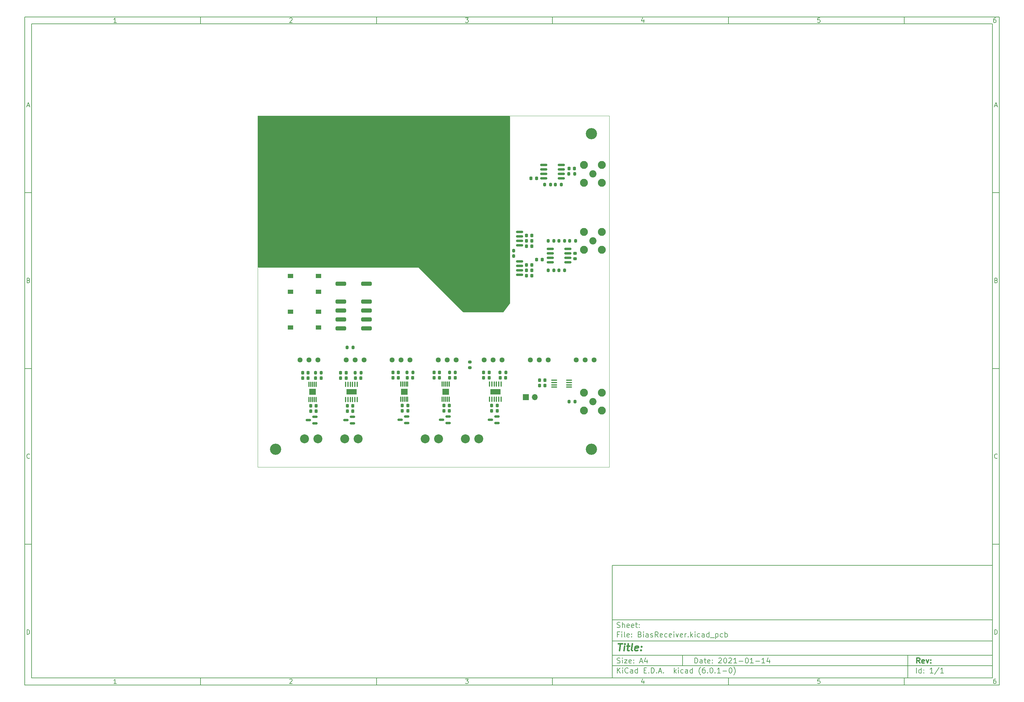
<source format=gbr>
G04 #@! TF.GenerationSoftware,KiCad,Pcbnew,(6.0.1-0)*
G04 #@! TF.CreationDate,2022-01-25T00:00:44-08:00*
G04 #@! TF.ProjectId,BiasReceiver,42696173-5265-4636-9569-7665722e6b69,rev?*
G04 #@! TF.SameCoordinates,Original*
G04 #@! TF.FileFunction,Soldermask,Top*
G04 #@! TF.FilePolarity,Negative*
%FSLAX46Y46*%
G04 Gerber Fmt 4.6, Leading zero omitted, Abs format (unit mm)*
G04 Created by KiCad (PCBNEW (6.0.1-0)) date 2022-01-25 00:00:44*
%MOMM*%
%LPD*%
G01*
G04 APERTURE LIST*
G04 Aperture macros list*
%AMRoundRect*
0 Rectangle with rounded corners*
0 $1 Rounding radius*
0 $2 $3 $4 $5 $6 $7 $8 $9 X,Y pos of 4 corners*
0 Add a 4 corners polygon primitive as box body*
4,1,4,$2,$3,$4,$5,$6,$7,$8,$9,$2,$3,0*
0 Add four circle primitives for the rounded corners*
1,1,$1+$1,$2,$3*
1,1,$1+$1,$4,$5*
1,1,$1+$1,$6,$7*
1,1,$1+$1,$8,$9*
0 Add four rect primitives between the rounded corners*
20,1,$1+$1,$2,$3,$4,$5,0*
20,1,$1+$1,$4,$5,$6,$7,0*
20,1,$1+$1,$6,$7,$8,$9,0*
20,1,$1+$1,$8,$9,$2,$3,0*%
G04 Aperture macros list end*
%ADD10C,0.100000*%
%ADD11C,0.150000*%
%ADD12C,0.300000*%
%ADD13C,0.400000*%
G04 #@! TA.AperFunction,Profile*
%ADD14C,0.050000*%
G04 #@! TD*
%ADD15RoundRect,0.225000X0.225000X0.250000X-0.225000X0.250000X-0.225000X-0.250000X0.225000X-0.250000X0*%
%ADD16C,2.050000*%
%ADD17C,2.250000*%
%ADD18RoundRect,0.225000X-0.250000X0.225000X-0.250000X-0.225000X0.250000X-0.225000X0.250000X0.225000X0*%
%ADD19RoundRect,0.200000X0.200000X0.275000X-0.200000X0.275000X-0.200000X-0.275000X0.200000X-0.275000X0*%
%ADD20RoundRect,0.200000X-0.275000X0.200000X-0.275000X-0.200000X0.275000X-0.200000X0.275000X0.200000X0*%
%ADD21RoundRect,0.200000X-0.200000X-0.275000X0.200000X-0.275000X0.200000X0.275000X-0.200000X0.275000X0*%
%ADD22R,1.550000X1.300000*%
%ADD23C,2.540000*%
%ADD24RoundRect,0.150000X0.587500X0.150000X-0.587500X0.150000X-0.587500X-0.150000X0.587500X-0.150000X0*%
%ADD25RoundRect,0.225000X-0.225000X-0.250000X0.225000X-0.250000X0.225000X0.250000X-0.225000X0.250000X0*%
%ADD26RoundRect,0.250000X-0.312500X-0.625000X0.312500X-0.625000X0.312500X0.625000X-0.312500X0.625000X0*%
%ADD27RoundRect,0.150000X-0.825000X-0.150000X0.825000X-0.150000X0.825000X0.150000X-0.825000X0.150000X0*%
%ADD28R,1.700000X1.700000*%
%ADD29O,1.700000X1.700000*%
%ADD30C,1.440000*%
%ADD31C,3.200000*%
%ADD32RoundRect,0.075000X0.075000X-0.650000X0.075000X0.650000X-0.075000X0.650000X-0.075000X-0.650000X0*%
%ADD33R,1.880000X1.680000*%
%ADD34RoundRect,0.250000X0.625000X-0.312500X0.625000X0.312500X-0.625000X0.312500X-0.625000X-0.312500X0*%
%ADD35RoundRect,0.250000X-0.362500X-1.425000X0.362500X-1.425000X0.362500X1.425000X-0.362500X1.425000X0*%
%ADD36RoundRect,0.100000X0.100000X-0.625000X0.100000X0.625000X-0.100000X0.625000X-0.100000X-0.625000X0*%
%ADD37R,2.850000X1.650000*%
%ADD38RoundRect,0.200000X0.275000X-0.200000X0.275000X0.200000X-0.275000X0.200000X-0.275000X-0.200000X0*%
%ADD39RoundRect,0.249750X-1.250250X0.305250X-1.250250X-0.305250X1.250250X-0.305250X1.250250X0.305250X0*%
%ADD40RoundRect,0.100000X-0.712500X-0.100000X0.712500X-0.100000X0.712500X0.100000X-0.712500X0.100000X0*%
%ADD41R,1.846667X3.480000*%
G04 APERTURE END LIST*
D10*
D11*
X177002200Y-166007200D02*
X177002200Y-198007200D01*
X285002200Y-198007200D01*
X285002200Y-166007200D01*
X177002200Y-166007200D01*
D10*
D11*
X10000000Y-10000000D02*
X10000000Y-200007200D01*
X287002200Y-200007200D01*
X287002200Y-10000000D01*
X10000000Y-10000000D01*
D10*
D11*
X12000000Y-12000000D02*
X12000000Y-198007200D01*
X285002200Y-198007200D01*
X285002200Y-12000000D01*
X12000000Y-12000000D01*
D10*
D11*
X60000000Y-12000000D02*
X60000000Y-10000000D01*
D10*
D11*
X110000000Y-12000000D02*
X110000000Y-10000000D01*
D10*
D11*
X160000000Y-12000000D02*
X160000000Y-10000000D01*
D10*
D11*
X210000000Y-12000000D02*
X210000000Y-10000000D01*
D10*
D11*
X260000000Y-12000000D02*
X260000000Y-10000000D01*
D10*
D11*
X36065476Y-11588095D02*
X35322619Y-11588095D01*
X35694047Y-11588095D02*
X35694047Y-10288095D01*
X35570238Y-10473809D01*
X35446428Y-10597619D01*
X35322619Y-10659523D01*
D10*
D11*
X85322619Y-10411904D02*
X85384523Y-10350000D01*
X85508333Y-10288095D01*
X85817857Y-10288095D01*
X85941666Y-10350000D01*
X86003571Y-10411904D01*
X86065476Y-10535714D01*
X86065476Y-10659523D01*
X86003571Y-10845238D01*
X85260714Y-11588095D01*
X86065476Y-11588095D01*
D10*
D11*
X135260714Y-10288095D02*
X136065476Y-10288095D01*
X135632142Y-10783333D01*
X135817857Y-10783333D01*
X135941666Y-10845238D01*
X136003571Y-10907142D01*
X136065476Y-11030952D01*
X136065476Y-11340476D01*
X136003571Y-11464285D01*
X135941666Y-11526190D01*
X135817857Y-11588095D01*
X135446428Y-11588095D01*
X135322619Y-11526190D01*
X135260714Y-11464285D01*
D10*
D11*
X185941666Y-10721428D02*
X185941666Y-11588095D01*
X185632142Y-10226190D02*
X185322619Y-11154761D01*
X186127380Y-11154761D01*
D10*
D11*
X236003571Y-10288095D02*
X235384523Y-10288095D01*
X235322619Y-10907142D01*
X235384523Y-10845238D01*
X235508333Y-10783333D01*
X235817857Y-10783333D01*
X235941666Y-10845238D01*
X236003571Y-10907142D01*
X236065476Y-11030952D01*
X236065476Y-11340476D01*
X236003571Y-11464285D01*
X235941666Y-11526190D01*
X235817857Y-11588095D01*
X235508333Y-11588095D01*
X235384523Y-11526190D01*
X235322619Y-11464285D01*
D10*
D11*
X285941666Y-10288095D02*
X285694047Y-10288095D01*
X285570238Y-10350000D01*
X285508333Y-10411904D01*
X285384523Y-10597619D01*
X285322619Y-10845238D01*
X285322619Y-11340476D01*
X285384523Y-11464285D01*
X285446428Y-11526190D01*
X285570238Y-11588095D01*
X285817857Y-11588095D01*
X285941666Y-11526190D01*
X286003571Y-11464285D01*
X286065476Y-11340476D01*
X286065476Y-11030952D01*
X286003571Y-10907142D01*
X285941666Y-10845238D01*
X285817857Y-10783333D01*
X285570238Y-10783333D01*
X285446428Y-10845238D01*
X285384523Y-10907142D01*
X285322619Y-11030952D01*
D10*
D11*
X60000000Y-198007200D02*
X60000000Y-200007200D01*
D10*
D11*
X110000000Y-198007200D02*
X110000000Y-200007200D01*
D10*
D11*
X160000000Y-198007200D02*
X160000000Y-200007200D01*
D10*
D11*
X210000000Y-198007200D02*
X210000000Y-200007200D01*
D10*
D11*
X260000000Y-198007200D02*
X260000000Y-200007200D01*
D10*
D11*
X36065476Y-199595295D02*
X35322619Y-199595295D01*
X35694047Y-199595295D02*
X35694047Y-198295295D01*
X35570238Y-198481009D01*
X35446428Y-198604819D01*
X35322619Y-198666723D01*
D10*
D11*
X85322619Y-198419104D02*
X85384523Y-198357200D01*
X85508333Y-198295295D01*
X85817857Y-198295295D01*
X85941666Y-198357200D01*
X86003571Y-198419104D01*
X86065476Y-198542914D01*
X86065476Y-198666723D01*
X86003571Y-198852438D01*
X85260714Y-199595295D01*
X86065476Y-199595295D01*
D10*
D11*
X135260714Y-198295295D02*
X136065476Y-198295295D01*
X135632142Y-198790533D01*
X135817857Y-198790533D01*
X135941666Y-198852438D01*
X136003571Y-198914342D01*
X136065476Y-199038152D01*
X136065476Y-199347676D01*
X136003571Y-199471485D01*
X135941666Y-199533390D01*
X135817857Y-199595295D01*
X135446428Y-199595295D01*
X135322619Y-199533390D01*
X135260714Y-199471485D01*
D10*
D11*
X185941666Y-198728628D02*
X185941666Y-199595295D01*
X185632142Y-198233390D02*
X185322619Y-199161961D01*
X186127380Y-199161961D01*
D10*
D11*
X236003571Y-198295295D02*
X235384523Y-198295295D01*
X235322619Y-198914342D01*
X235384523Y-198852438D01*
X235508333Y-198790533D01*
X235817857Y-198790533D01*
X235941666Y-198852438D01*
X236003571Y-198914342D01*
X236065476Y-199038152D01*
X236065476Y-199347676D01*
X236003571Y-199471485D01*
X235941666Y-199533390D01*
X235817857Y-199595295D01*
X235508333Y-199595295D01*
X235384523Y-199533390D01*
X235322619Y-199471485D01*
D10*
D11*
X285941666Y-198295295D02*
X285694047Y-198295295D01*
X285570238Y-198357200D01*
X285508333Y-198419104D01*
X285384523Y-198604819D01*
X285322619Y-198852438D01*
X285322619Y-199347676D01*
X285384523Y-199471485D01*
X285446428Y-199533390D01*
X285570238Y-199595295D01*
X285817857Y-199595295D01*
X285941666Y-199533390D01*
X286003571Y-199471485D01*
X286065476Y-199347676D01*
X286065476Y-199038152D01*
X286003571Y-198914342D01*
X285941666Y-198852438D01*
X285817857Y-198790533D01*
X285570238Y-198790533D01*
X285446428Y-198852438D01*
X285384523Y-198914342D01*
X285322619Y-199038152D01*
D10*
D11*
X10000000Y-60000000D02*
X12000000Y-60000000D01*
D10*
D11*
X10000000Y-110000000D02*
X12000000Y-110000000D01*
D10*
D11*
X10000000Y-160000000D02*
X12000000Y-160000000D01*
D10*
D11*
X10690476Y-35216666D02*
X11309523Y-35216666D01*
X10566666Y-35588095D02*
X11000000Y-34288095D01*
X11433333Y-35588095D01*
D10*
D11*
X11092857Y-84907142D02*
X11278571Y-84969047D01*
X11340476Y-85030952D01*
X11402380Y-85154761D01*
X11402380Y-85340476D01*
X11340476Y-85464285D01*
X11278571Y-85526190D01*
X11154761Y-85588095D01*
X10659523Y-85588095D01*
X10659523Y-84288095D01*
X11092857Y-84288095D01*
X11216666Y-84350000D01*
X11278571Y-84411904D01*
X11340476Y-84535714D01*
X11340476Y-84659523D01*
X11278571Y-84783333D01*
X11216666Y-84845238D01*
X11092857Y-84907142D01*
X10659523Y-84907142D01*
D10*
D11*
X11402380Y-135464285D02*
X11340476Y-135526190D01*
X11154761Y-135588095D01*
X11030952Y-135588095D01*
X10845238Y-135526190D01*
X10721428Y-135402380D01*
X10659523Y-135278571D01*
X10597619Y-135030952D01*
X10597619Y-134845238D01*
X10659523Y-134597619D01*
X10721428Y-134473809D01*
X10845238Y-134350000D01*
X11030952Y-134288095D01*
X11154761Y-134288095D01*
X11340476Y-134350000D01*
X11402380Y-134411904D01*
D10*
D11*
X10659523Y-185588095D02*
X10659523Y-184288095D01*
X10969047Y-184288095D01*
X11154761Y-184350000D01*
X11278571Y-184473809D01*
X11340476Y-184597619D01*
X11402380Y-184845238D01*
X11402380Y-185030952D01*
X11340476Y-185278571D01*
X11278571Y-185402380D01*
X11154761Y-185526190D01*
X10969047Y-185588095D01*
X10659523Y-185588095D01*
D10*
D11*
X287002200Y-60000000D02*
X285002200Y-60000000D01*
D10*
D11*
X287002200Y-110000000D02*
X285002200Y-110000000D01*
D10*
D11*
X287002200Y-160000000D02*
X285002200Y-160000000D01*
D10*
D11*
X285692676Y-35216666D02*
X286311723Y-35216666D01*
X285568866Y-35588095D02*
X286002200Y-34288095D01*
X286435533Y-35588095D01*
D10*
D11*
X286095057Y-84907142D02*
X286280771Y-84969047D01*
X286342676Y-85030952D01*
X286404580Y-85154761D01*
X286404580Y-85340476D01*
X286342676Y-85464285D01*
X286280771Y-85526190D01*
X286156961Y-85588095D01*
X285661723Y-85588095D01*
X285661723Y-84288095D01*
X286095057Y-84288095D01*
X286218866Y-84350000D01*
X286280771Y-84411904D01*
X286342676Y-84535714D01*
X286342676Y-84659523D01*
X286280771Y-84783333D01*
X286218866Y-84845238D01*
X286095057Y-84907142D01*
X285661723Y-84907142D01*
D10*
D11*
X286404580Y-135464285D02*
X286342676Y-135526190D01*
X286156961Y-135588095D01*
X286033152Y-135588095D01*
X285847438Y-135526190D01*
X285723628Y-135402380D01*
X285661723Y-135278571D01*
X285599819Y-135030952D01*
X285599819Y-134845238D01*
X285661723Y-134597619D01*
X285723628Y-134473809D01*
X285847438Y-134350000D01*
X286033152Y-134288095D01*
X286156961Y-134288095D01*
X286342676Y-134350000D01*
X286404580Y-134411904D01*
D10*
D11*
X285661723Y-185588095D02*
X285661723Y-184288095D01*
X285971247Y-184288095D01*
X286156961Y-184350000D01*
X286280771Y-184473809D01*
X286342676Y-184597619D01*
X286404580Y-184845238D01*
X286404580Y-185030952D01*
X286342676Y-185278571D01*
X286280771Y-185402380D01*
X286156961Y-185526190D01*
X285971247Y-185588095D01*
X285661723Y-185588095D01*
D10*
D11*
X200434342Y-193785771D02*
X200434342Y-192285771D01*
X200791485Y-192285771D01*
X201005771Y-192357200D01*
X201148628Y-192500057D01*
X201220057Y-192642914D01*
X201291485Y-192928628D01*
X201291485Y-193142914D01*
X201220057Y-193428628D01*
X201148628Y-193571485D01*
X201005771Y-193714342D01*
X200791485Y-193785771D01*
X200434342Y-193785771D01*
X202577200Y-193785771D02*
X202577200Y-193000057D01*
X202505771Y-192857200D01*
X202362914Y-192785771D01*
X202077200Y-192785771D01*
X201934342Y-192857200D01*
X202577200Y-193714342D02*
X202434342Y-193785771D01*
X202077200Y-193785771D01*
X201934342Y-193714342D01*
X201862914Y-193571485D01*
X201862914Y-193428628D01*
X201934342Y-193285771D01*
X202077200Y-193214342D01*
X202434342Y-193214342D01*
X202577200Y-193142914D01*
X203077200Y-192785771D02*
X203648628Y-192785771D01*
X203291485Y-192285771D02*
X203291485Y-193571485D01*
X203362914Y-193714342D01*
X203505771Y-193785771D01*
X203648628Y-193785771D01*
X204720057Y-193714342D02*
X204577200Y-193785771D01*
X204291485Y-193785771D01*
X204148628Y-193714342D01*
X204077200Y-193571485D01*
X204077200Y-193000057D01*
X204148628Y-192857200D01*
X204291485Y-192785771D01*
X204577200Y-192785771D01*
X204720057Y-192857200D01*
X204791485Y-193000057D01*
X204791485Y-193142914D01*
X204077200Y-193285771D01*
X205434342Y-193642914D02*
X205505771Y-193714342D01*
X205434342Y-193785771D01*
X205362914Y-193714342D01*
X205434342Y-193642914D01*
X205434342Y-193785771D01*
X205434342Y-192857200D02*
X205505771Y-192928628D01*
X205434342Y-193000057D01*
X205362914Y-192928628D01*
X205434342Y-192857200D01*
X205434342Y-193000057D01*
X207220057Y-192428628D02*
X207291485Y-192357200D01*
X207434342Y-192285771D01*
X207791485Y-192285771D01*
X207934342Y-192357200D01*
X208005771Y-192428628D01*
X208077200Y-192571485D01*
X208077200Y-192714342D01*
X208005771Y-192928628D01*
X207148628Y-193785771D01*
X208077200Y-193785771D01*
X209005771Y-192285771D02*
X209148628Y-192285771D01*
X209291485Y-192357200D01*
X209362914Y-192428628D01*
X209434342Y-192571485D01*
X209505771Y-192857200D01*
X209505771Y-193214342D01*
X209434342Y-193500057D01*
X209362914Y-193642914D01*
X209291485Y-193714342D01*
X209148628Y-193785771D01*
X209005771Y-193785771D01*
X208862914Y-193714342D01*
X208791485Y-193642914D01*
X208720057Y-193500057D01*
X208648628Y-193214342D01*
X208648628Y-192857200D01*
X208720057Y-192571485D01*
X208791485Y-192428628D01*
X208862914Y-192357200D01*
X209005771Y-192285771D01*
X210077200Y-192428628D02*
X210148628Y-192357200D01*
X210291485Y-192285771D01*
X210648628Y-192285771D01*
X210791485Y-192357200D01*
X210862914Y-192428628D01*
X210934342Y-192571485D01*
X210934342Y-192714342D01*
X210862914Y-192928628D01*
X210005771Y-193785771D01*
X210934342Y-193785771D01*
X212362914Y-193785771D02*
X211505771Y-193785771D01*
X211934342Y-193785771D02*
X211934342Y-192285771D01*
X211791485Y-192500057D01*
X211648628Y-192642914D01*
X211505771Y-192714342D01*
X213005771Y-193214342D02*
X214148628Y-193214342D01*
X215148628Y-192285771D02*
X215291485Y-192285771D01*
X215434342Y-192357200D01*
X215505771Y-192428628D01*
X215577200Y-192571485D01*
X215648628Y-192857200D01*
X215648628Y-193214342D01*
X215577200Y-193500057D01*
X215505771Y-193642914D01*
X215434342Y-193714342D01*
X215291485Y-193785771D01*
X215148628Y-193785771D01*
X215005771Y-193714342D01*
X214934342Y-193642914D01*
X214862914Y-193500057D01*
X214791485Y-193214342D01*
X214791485Y-192857200D01*
X214862914Y-192571485D01*
X214934342Y-192428628D01*
X215005771Y-192357200D01*
X215148628Y-192285771D01*
X217077200Y-193785771D02*
X216220057Y-193785771D01*
X216648628Y-193785771D02*
X216648628Y-192285771D01*
X216505771Y-192500057D01*
X216362914Y-192642914D01*
X216220057Y-192714342D01*
X217720057Y-193214342D02*
X218862914Y-193214342D01*
X220362914Y-193785771D02*
X219505771Y-193785771D01*
X219934342Y-193785771D02*
X219934342Y-192285771D01*
X219791485Y-192500057D01*
X219648628Y-192642914D01*
X219505771Y-192714342D01*
X221648628Y-192785771D02*
X221648628Y-193785771D01*
X221291485Y-192214342D02*
X220934342Y-193285771D01*
X221862914Y-193285771D01*
D10*
D11*
X177002200Y-194507200D02*
X285002200Y-194507200D01*
D10*
D11*
X178434342Y-196585771D02*
X178434342Y-195085771D01*
X179291485Y-196585771D02*
X178648628Y-195728628D01*
X179291485Y-195085771D02*
X178434342Y-195942914D01*
X179934342Y-196585771D02*
X179934342Y-195585771D01*
X179934342Y-195085771D02*
X179862914Y-195157200D01*
X179934342Y-195228628D01*
X180005771Y-195157200D01*
X179934342Y-195085771D01*
X179934342Y-195228628D01*
X181505771Y-196442914D02*
X181434342Y-196514342D01*
X181220057Y-196585771D01*
X181077200Y-196585771D01*
X180862914Y-196514342D01*
X180720057Y-196371485D01*
X180648628Y-196228628D01*
X180577200Y-195942914D01*
X180577200Y-195728628D01*
X180648628Y-195442914D01*
X180720057Y-195300057D01*
X180862914Y-195157200D01*
X181077200Y-195085771D01*
X181220057Y-195085771D01*
X181434342Y-195157200D01*
X181505771Y-195228628D01*
X182791485Y-196585771D02*
X182791485Y-195800057D01*
X182720057Y-195657200D01*
X182577200Y-195585771D01*
X182291485Y-195585771D01*
X182148628Y-195657200D01*
X182791485Y-196514342D02*
X182648628Y-196585771D01*
X182291485Y-196585771D01*
X182148628Y-196514342D01*
X182077200Y-196371485D01*
X182077200Y-196228628D01*
X182148628Y-196085771D01*
X182291485Y-196014342D01*
X182648628Y-196014342D01*
X182791485Y-195942914D01*
X184148628Y-196585771D02*
X184148628Y-195085771D01*
X184148628Y-196514342D02*
X184005771Y-196585771D01*
X183720057Y-196585771D01*
X183577200Y-196514342D01*
X183505771Y-196442914D01*
X183434342Y-196300057D01*
X183434342Y-195871485D01*
X183505771Y-195728628D01*
X183577200Y-195657200D01*
X183720057Y-195585771D01*
X184005771Y-195585771D01*
X184148628Y-195657200D01*
X186005771Y-195800057D02*
X186505771Y-195800057D01*
X186720057Y-196585771D02*
X186005771Y-196585771D01*
X186005771Y-195085771D01*
X186720057Y-195085771D01*
X187362914Y-196442914D02*
X187434342Y-196514342D01*
X187362914Y-196585771D01*
X187291485Y-196514342D01*
X187362914Y-196442914D01*
X187362914Y-196585771D01*
X188077200Y-196585771D02*
X188077200Y-195085771D01*
X188434342Y-195085771D01*
X188648628Y-195157200D01*
X188791485Y-195300057D01*
X188862914Y-195442914D01*
X188934342Y-195728628D01*
X188934342Y-195942914D01*
X188862914Y-196228628D01*
X188791485Y-196371485D01*
X188648628Y-196514342D01*
X188434342Y-196585771D01*
X188077200Y-196585771D01*
X189577200Y-196442914D02*
X189648628Y-196514342D01*
X189577200Y-196585771D01*
X189505771Y-196514342D01*
X189577200Y-196442914D01*
X189577200Y-196585771D01*
X190220057Y-196157200D02*
X190934342Y-196157200D01*
X190077200Y-196585771D02*
X190577200Y-195085771D01*
X191077200Y-196585771D01*
X191577200Y-196442914D02*
X191648628Y-196514342D01*
X191577200Y-196585771D01*
X191505771Y-196514342D01*
X191577200Y-196442914D01*
X191577200Y-196585771D01*
X194577200Y-196585771D02*
X194577200Y-195085771D01*
X194720057Y-196014342D02*
X195148628Y-196585771D01*
X195148628Y-195585771D02*
X194577200Y-196157200D01*
X195791485Y-196585771D02*
X195791485Y-195585771D01*
X195791485Y-195085771D02*
X195720057Y-195157200D01*
X195791485Y-195228628D01*
X195862914Y-195157200D01*
X195791485Y-195085771D01*
X195791485Y-195228628D01*
X197148628Y-196514342D02*
X197005771Y-196585771D01*
X196720057Y-196585771D01*
X196577200Y-196514342D01*
X196505771Y-196442914D01*
X196434342Y-196300057D01*
X196434342Y-195871485D01*
X196505771Y-195728628D01*
X196577200Y-195657200D01*
X196720057Y-195585771D01*
X197005771Y-195585771D01*
X197148628Y-195657200D01*
X198434342Y-196585771D02*
X198434342Y-195800057D01*
X198362914Y-195657200D01*
X198220057Y-195585771D01*
X197934342Y-195585771D01*
X197791485Y-195657200D01*
X198434342Y-196514342D02*
X198291485Y-196585771D01*
X197934342Y-196585771D01*
X197791485Y-196514342D01*
X197720057Y-196371485D01*
X197720057Y-196228628D01*
X197791485Y-196085771D01*
X197934342Y-196014342D01*
X198291485Y-196014342D01*
X198434342Y-195942914D01*
X199791485Y-196585771D02*
X199791485Y-195085771D01*
X199791485Y-196514342D02*
X199648628Y-196585771D01*
X199362914Y-196585771D01*
X199220057Y-196514342D01*
X199148628Y-196442914D01*
X199077200Y-196300057D01*
X199077200Y-195871485D01*
X199148628Y-195728628D01*
X199220057Y-195657200D01*
X199362914Y-195585771D01*
X199648628Y-195585771D01*
X199791485Y-195657200D01*
X202077200Y-197157200D02*
X202005771Y-197085771D01*
X201862914Y-196871485D01*
X201791485Y-196728628D01*
X201720057Y-196514342D01*
X201648628Y-196157200D01*
X201648628Y-195871485D01*
X201720057Y-195514342D01*
X201791485Y-195300057D01*
X201862914Y-195157200D01*
X202005771Y-194942914D01*
X202077200Y-194871485D01*
X203291485Y-195085771D02*
X203005771Y-195085771D01*
X202862914Y-195157200D01*
X202791485Y-195228628D01*
X202648628Y-195442914D01*
X202577200Y-195728628D01*
X202577200Y-196300057D01*
X202648628Y-196442914D01*
X202720057Y-196514342D01*
X202862914Y-196585771D01*
X203148628Y-196585771D01*
X203291485Y-196514342D01*
X203362914Y-196442914D01*
X203434342Y-196300057D01*
X203434342Y-195942914D01*
X203362914Y-195800057D01*
X203291485Y-195728628D01*
X203148628Y-195657200D01*
X202862914Y-195657200D01*
X202720057Y-195728628D01*
X202648628Y-195800057D01*
X202577200Y-195942914D01*
X204077200Y-196442914D02*
X204148628Y-196514342D01*
X204077200Y-196585771D01*
X204005771Y-196514342D01*
X204077200Y-196442914D01*
X204077200Y-196585771D01*
X205077200Y-195085771D02*
X205220057Y-195085771D01*
X205362914Y-195157200D01*
X205434342Y-195228628D01*
X205505771Y-195371485D01*
X205577200Y-195657200D01*
X205577200Y-196014342D01*
X205505771Y-196300057D01*
X205434342Y-196442914D01*
X205362914Y-196514342D01*
X205220057Y-196585771D01*
X205077200Y-196585771D01*
X204934342Y-196514342D01*
X204862914Y-196442914D01*
X204791485Y-196300057D01*
X204720057Y-196014342D01*
X204720057Y-195657200D01*
X204791485Y-195371485D01*
X204862914Y-195228628D01*
X204934342Y-195157200D01*
X205077200Y-195085771D01*
X206220057Y-196442914D02*
X206291485Y-196514342D01*
X206220057Y-196585771D01*
X206148628Y-196514342D01*
X206220057Y-196442914D01*
X206220057Y-196585771D01*
X207720057Y-196585771D02*
X206862914Y-196585771D01*
X207291485Y-196585771D02*
X207291485Y-195085771D01*
X207148628Y-195300057D01*
X207005771Y-195442914D01*
X206862914Y-195514342D01*
X208362914Y-196014342D02*
X209505771Y-196014342D01*
X210505771Y-195085771D02*
X210648628Y-195085771D01*
X210791485Y-195157200D01*
X210862914Y-195228628D01*
X210934342Y-195371485D01*
X211005771Y-195657200D01*
X211005771Y-196014342D01*
X210934342Y-196300057D01*
X210862914Y-196442914D01*
X210791485Y-196514342D01*
X210648628Y-196585771D01*
X210505771Y-196585771D01*
X210362914Y-196514342D01*
X210291485Y-196442914D01*
X210220057Y-196300057D01*
X210148628Y-196014342D01*
X210148628Y-195657200D01*
X210220057Y-195371485D01*
X210291485Y-195228628D01*
X210362914Y-195157200D01*
X210505771Y-195085771D01*
X211505771Y-197157200D02*
X211577200Y-197085771D01*
X211720057Y-196871485D01*
X211791485Y-196728628D01*
X211862914Y-196514342D01*
X211934342Y-196157200D01*
X211934342Y-195871485D01*
X211862914Y-195514342D01*
X211791485Y-195300057D01*
X211720057Y-195157200D01*
X211577200Y-194942914D01*
X211505771Y-194871485D01*
D10*
D11*
X177002200Y-191507200D02*
X285002200Y-191507200D01*
D10*
D12*
X264411485Y-193785771D02*
X263911485Y-193071485D01*
X263554342Y-193785771D02*
X263554342Y-192285771D01*
X264125771Y-192285771D01*
X264268628Y-192357200D01*
X264340057Y-192428628D01*
X264411485Y-192571485D01*
X264411485Y-192785771D01*
X264340057Y-192928628D01*
X264268628Y-193000057D01*
X264125771Y-193071485D01*
X263554342Y-193071485D01*
X265625771Y-193714342D02*
X265482914Y-193785771D01*
X265197200Y-193785771D01*
X265054342Y-193714342D01*
X264982914Y-193571485D01*
X264982914Y-193000057D01*
X265054342Y-192857200D01*
X265197200Y-192785771D01*
X265482914Y-192785771D01*
X265625771Y-192857200D01*
X265697200Y-193000057D01*
X265697200Y-193142914D01*
X264982914Y-193285771D01*
X266197200Y-192785771D02*
X266554342Y-193785771D01*
X266911485Y-192785771D01*
X267482914Y-193642914D02*
X267554342Y-193714342D01*
X267482914Y-193785771D01*
X267411485Y-193714342D01*
X267482914Y-193642914D01*
X267482914Y-193785771D01*
X267482914Y-192857200D02*
X267554342Y-192928628D01*
X267482914Y-193000057D01*
X267411485Y-192928628D01*
X267482914Y-192857200D01*
X267482914Y-193000057D01*
D10*
D11*
X178362914Y-193714342D02*
X178577200Y-193785771D01*
X178934342Y-193785771D01*
X179077200Y-193714342D01*
X179148628Y-193642914D01*
X179220057Y-193500057D01*
X179220057Y-193357200D01*
X179148628Y-193214342D01*
X179077200Y-193142914D01*
X178934342Y-193071485D01*
X178648628Y-193000057D01*
X178505771Y-192928628D01*
X178434342Y-192857200D01*
X178362914Y-192714342D01*
X178362914Y-192571485D01*
X178434342Y-192428628D01*
X178505771Y-192357200D01*
X178648628Y-192285771D01*
X179005771Y-192285771D01*
X179220057Y-192357200D01*
X179862914Y-193785771D02*
X179862914Y-192785771D01*
X179862914Y-192285771D02*
X179791485Y-192357200D01*
X179862914Y-192428628D01*
X179934342Y-192357200D01*
X179862914Y-192285771D01*
X179862914Y-192428628D01*
X180434342Y-192785771D02*
X181220057Y-192785771D01*
X180434342Y-193785771D01*
X181220057Y-193785771D01*
X182362914Y-193714342D02*
X182220057Y-193785771D01*
X181934342Y-193785771D01*
X181791485Y-193714342D01*
X181720057Y-193571485D01*
X181720057Y-193000057D01*
X181791485Y-192857200D01*
X181934342Y-192785771D01*
X182220057Y-192785771D01*
X182362914Y-192857200D01*
X182434342Y-193000057D01*
X182434342Y-193142914D01*
X181720057Y-193285771D01*
X183077200Y-193642914D02*
X183148628Y-193714342D01*
X183077200Y-193785771D01*
X183005771Y-193714342D01*
X183077200Y-193642914D01*
X183077200Y-193785771D01*
X183077200Y-192857200D02*
X183148628Y-192928628D01*
X183077200Y-193000057D01*
X183005771Y-192928628D01*
X183077200Y-192857200D01*
X183077200Y-193000057D01*
X184862914Y-193357200D02*
X185577200Y-193357200D01*
X184720057Y-193785771D02*
X185220057Y-192285771D01*
X185720057Y-193785771D01*
X186862914Y-192785771D02*
X186862914Y-193785771D01*
X186505771Y-192214342D02*
X186148628Y-193285771D01*
X187077200Y-193285771D01*
D10*
D11*
X263434342Y-196585771D02*
X263434342Y-195085771D01*
X264791485Y-196585771D02*
X264791485Y-195085771D01*
X264791485Y-196514342D02*
X264648628Y-196585771D01*
X264362914Y-196585771D01*
X264220057Y-196514342D01*
X264148628Y-196442914D01*
X264077200Y-196300057D01*
X264077200Y-195871485D01*
X264148628Y-195728628D01*
X264220057Y-195657200D01*
X264362914Y-195585771D01*
X264648628Y-195585771D01*
X264791485Y-195657200D01*
X265505771Y-196442914D02*
X265577200Y-196514342D01*
X265505771Y-196585771D01*
X265434342Y-196514342D01*
X265505771Y-196442914D01*
X265505771Y-196585771D01*
X265505771Y-195657200D02*
X265577200Y-195728628D01*
X265505771Y-195800057D01*
X265434342Y-195728628D01*
X265505771Y-195657200D01*
X265505771Y-195800057D01*
X268148628Y-196585771D02*
X267291485Y-196585771D01*
X267720057Y-196585771D02*
X267720057Y-195085771D01*
X267577200Y-195300057D01*
X267434342Y-195442914D01*
X267291485Y-195514342D01*
X269862914Y-195014342D02*
X268577200Y-196942914D01*
X271148628Y-196585771D02*
X270291485Y-196585771D01*
X270720057Y-196585771D02*
X270720057Y-195085771D01*
X270577200Y-195300057D01*
X270434342Y-195442914D01*
X270291485Y-195514342D01*
D10*
D11*
X177002200Y-187507200D02*
X285002200Y-187507200D01*
D10*
D13*
X178714580Y-188211961D02*
X179857438Y-188211961D01*
X179036009Y-190211961D02*
X179286009Y-188211961D01*
X180274104Y-190211961D02*
X180440771Y-188878628D01*
X180524104Y-188211961D02*
X180416961Y-188307200D01*
X180500295Y-188402438D01*
X180607438Y-188307200D01*
X180524104Y-188211961D01*
X180500295Y-188402438D01*
X181107438Y-188878628D02*
X181869342Y-188878628D01*
X181476485Y-188211961D02*
X181262200Y-189926247D01*
X181333628Y-190116723D01*
X181512200Y-190211961D01*
X181702676Y-190211961D01*
X182655057Y-190211961D02*
X182476485Y-190116723D01*
X182405057Y-189926247D01*
X182619342Y-188211961D01*
X184190771Y-190116723D02*
X183988390Y-190211961D01*
X183607438Y-190211961D01*
X183428866Y-190116723D01*
X183357438Y-189926247D01*
X183452676Y-189164342D01*
X183571723Y-188973866D01*
X183774104Y-188878628D01*
X184155057Y-188878628D01*
X184333628Y-188973866D01*
X184405057Y-189164342D01*
X184381247Y-189354819D01*
X183405057Y-189545295D01*
X185155057Y-190021485D02*
X185238390Y-190116723D01*
X185131247Y-190211961D01*
X185047914Y-190116723D01*
X185155057Y-190021485D01*
X185131247Y-190211961D01*
X185286009Y-188973866D02*
X185369342Y-189069104D01*
X185262200Y-189164342D01*
X185178866Y-189069104D01*
X185286009Y-188973866D01*
X185262200Y-189164342D01*
D10*
D11*
X178934342Y-185600057D02*
X178434342Y-185600057D01*
X178434342Y-186385771D02*
X178434342Y-184885771D01*
X179148628Y-184885771D01*
X179720057Y-186385771D02*
X179720057Y-185385771D01*
X179720057Y-184885771D02*
X179648628Y-184957200D01*
X179720057Y-185028628D01*
X179791485Y-184957200D01*
X179720057Y-184885771D01*
X179720057Y-185028628D01*
X180648628Y-186385771D02*
X180505771Y-186314342D01*
X180434342Y-186171485D01*
X180434342Y-184885771D01*
X181791485Y-186314342D02*
X181648628Y-186385771D01*
X181362914Y-186385771D01*
X181220057Y-186314342D01*
X181148628Y-186171485D01*
X181148628Y-185600057D01*
X181220057Y-185457200D01*
X181362914Y-185385771D01*
X181648628Y-185385771D01*
X181791485Y-185457200D01*
X181862914Y-185600057D01*
X181862914Y-185742914D01*
X181148628Y-185885771D01*
X182505771Y-186242914D02*
X182577200Y-186314342D01*
X182505771Y-186385771D01*
X182434342Y-186314342D01*
X182505771Y-186242914D01*
X182505771Y-186385771D01*
X182505771Y-185457200D02*
X182577200Y-185528628D01*
X182505771Y-185600057D01*
X182434342Y-185528628D01*
X182505771Y-185457200D01*
X182505771Y-185600057D01*
X184862914Y-185600057D02*
X185077200Y-185671485D01*
X185148628Y-185742914D01*
X185220057Y-185885771D01*
X185220057Y-186100057D01*
X185148628Y-186242914D01*
X185077200Y-186314342D01*
X184934342Y-186385771D01*
X184362914Y-186385771D01*
X184362914Y-184885771D01*
X184862914Y-184885771D01*
X185005771Y-184957200D01*
X185077200Y-185028628D01*
X185148628Y-185171485D01*
X185148628Y-185314342D01*
X185077200Y-185457200D01*
X185005771Y-185528628D01*
X184862914Y-185600057D01*
X184362914Y-185600057D01*
X185862914Y-186385771D02*
X185862914Y-185385771D01*
X185862914Y-184885771D02*
X185791485Y-184957200D01*
X185862914Y-185028628D01*
X185934342Y-184957200D01*
X185862914Y-184885771D01*
X185862914Y-185028628D01*
X187220057Y-186385771D02*
X187220057Y-185600057D01*
X187148628Y-185457200D01*
X187005771Y-185385771D01*
X186720057Y-185385771D01*
X186577200Y-185457200D01*
X187220057Y-186314342D02*
X187077200Y-186385771D01*
X186720057Y-186385771D01*
X186577200Y-186314342D01*
X186505771Y-186171485D01*
X186505771Y-186028628D01*
X186577200Y-185885771D01*
X186720057Y-185814342D01*
X187077200Y-185814342D01*
X187220057Y-185742914D01*
X187862914Y-186314342D02*
X188005771Y-186385771D01*
X188291485Y-186385771D01*
X188434342Y-186314342D01*
X188505771Y-186171485D01*
X188505771Y-186100057D01*
X188434342Y-185957200D01*
X188291485Y-185885771D01*
X188077200Y-185885771D01*
X187934342Y-185814342D01*
X187862914Y-185671485D01*
X187862914Y-185600057D01*
X187934342Y-185457200D01*
X188077200Y-185385771D01*
X188291485Y-185385771D01*
X188434342Y-185457200D01*
X190005771Y-186385771D02*
X189505771Y-185671485D01*
X189148628Y-186385771D02*
X189148628Y-184885771D01*
X189720057Y-184885771D01*
X189862914Y-184957200D01*
X189934342Y-185028628D01*
X190005771Y-185171485D01*
X190005771Y-185385771D01*
X189934342Y-185528628D01*
X189862914Y-185600057D01*
X189720057Y-185671485D01*
X189148628Y-185671485D01*
X191220057Y-186314342D02*
X191077200Y-186385771D01*
X190791485Y-186385771D01*
X190648628Y-186314342D01*
X190577200Y-186171485D01*
X190577200Y-185600057D01*
X190648628Y-185457200D01*
X190791485Y-185385771D01*
X191077200Y-185385771D01*
X191220057Y-185457200D01*
X191291485Y-185600057D01*
X191291485Y-185742914D01*
X190577200Y-185885771D01*
X192577200Y-186314342D02*
X192434342Y-186385771D01*
X192148628Y-186385771D01*
X192005771Y-186314342D01*
X191934342Y-186242914D01*
X191862914Y-186100057D01*
X191862914Y-185671485D01*
X191934342Y-185528628D01*
X192005771Y-185457200D01*
X192148628Y-185385771D01*
X192434342Y-185385771D01*
X192577200Y-185457200D01*
X193791485Y-186314342D02*
X193648628Y-186385771D01*
X193362914Y-186385771D01*
X193220057Y-186314342D01*
X193148628Y-186171485D01*
X193148628Y-185600057D01*
X193220057Y-185457200D01*
X193362914Y-185385771D01*
X193648628Y-185385771D01*
X193791485Y-185457200D01*
X193862914Y-185600057D01*
X193862914Y-185742914D01*
X193148628Y-185885771D01*
X194505771Y-186385771D02*
X194505771Y-185385771D01*
X194505771Y-184885771D02*
X194434342Y-184957200D01*
X194505771Y-185028628D01*
X194577200Y-184957200D01*
X194505771Y-184885771D01*
X194505771Y-185028628D01*
X195077200Y-185385771D02*
X195434342Y-186385771D01*
X195791485Y-185385771D01*
X196934342Y-186314342D02*
X196791485Y-186385771D01*
X196505771Y-186385771D01*
X196362914Y-186314342D01*
X196291485Y-186171485D01*
X196291485Y-185600057D01*
X196362914Y-185457200D01*
X196505771Y-185385771D01*
X196791485Y-185385771D01*
X196934342Y-185457200D01*
X197005771Y-185600057D01*
X197005771Y-185742914D01*
X196291485Y-185885771D01*
X197648628Y-186385771D02*
X197648628Y-185385771D01*
X197648628Y-185671485D02*
X197720057Y-185528628D01*
X197791485Y-185457200D01*
X197934342Y-185385771D01*
X198077200Y-185385771D01*
X198577200Y-186242914D02*
X198648628Y-186314342D01*
X198577200Y-186385771D01*
X198505771Y-186314342D01*
X198577200Y-186242914D01*
X198577200Y-186385771D01*
X199291485Y-186385771D02*
X199291485Y-184885771D01*
X199434342Y-185814342D02*
X199862914Y-186385771D01*
X199862914Y-185385771D02*
X199291485Y-185957200D01*
X200505771Y-186385771D02*
X200505771Y-185385771D01*
X200505771Y-184885771D02*
X200434342Y-184957200D01*
X200505771Y-185028628D01*
X200577200Y-184957200D01*
X200505771Y-184885771D01*
X200505771Y-185028628D01*
X201862914Y-186314342D02*
X201720057Y-186385771D01*
X201434342Y-186385771D01*
X201291485Y-186314342D01*
X201220057Y-186242914D01*
X201148628Y-186100057D01*
X201148628Y-185671485D01*
X201220057Y-185528628D01*
X201291485Y-185457200D01*
X201434342Y-185385771D01*
X201720057Y-185385771D01*
X201862914Y-185457200D01*
X203148628Y-186385771D02*
X203148628Y-185600057D01*
X203077200Y-185457200D01*
X202934342Y-185385771D01*
X202648628Y-185385771D01*
X202505771Y-185457200D01*
X203148628Y-186314342D02*
X203005771Y-186385771D01*
X202648628Y-186385771D01*
X202505771Y-186314342D01*
X202434342Y-186171485D01*
X202434342Y-186028628D01*
X202505771Y-185885771D01*
X202648628Y-185814342D01*
X203005771Y-185814342D01*
X203148628Y-185742914D01*
X204505771Y-186385771D02*
X204505771Y-184885771D01*
X204505771Y-186314342D02*
X204362914Y-186385771D01*
X204077200Y-186385771D01*
X203934342Y-186314342D01*
X203862914Y-186242914D01*
X203791485Y-186100057D01*
X203791485Y-185671485D01*
X203862914Y-185528628D01*
X203934342Y-185457200D01*
X204077200Y-185385771D01*
X204362914Y-185385771D01*
X204505771Y-185457200D01*
X204862914Y-186528628D02*
X206005771Y-186528628D01*
X206362914Y-185385771D02*
X206362914Y-186885771D01*
X206362914Y-185457200D02*
X206505771Y-185385771D01*
X206791485Y-185385771D01*
X206934342Y-185457200D01*
X207005771Y-185528628D01*
X207077200Y-185671485D01*
X207077200Y-186100057D01*
X207005771Y-186242914D01*
X206934342Y-186314342D01*
X206791485Y-186385771D01*
X206505771Y-186385771D01*
X206362914Y-186314342D01*
X208362914Y-186314342D02*
X208220057Y-186385771D01*
X207934342Y-186385771D01*
X207791485Y-186314342D01*
X207720057Y-186242914D01*
X207648628Y-186100057D01*
X207648628Y-185671485D01*
X207720057Y-185528628D01*
X207791485Y-185457200D01*
X207934342Y-185385771D01*
X208220057Y-185385771D01*
X208362914Y-185457200D01*
X209005771Y-186385771D02*
X209005771Y-184885771D01*
X209005771Y-185457200D02*
X209148628Y-185385771D01*
X209434342Y-185385771D01*
X209577200Y-185457200D01*
X209648628Y-185528628D01*
X209720057Y-185671485D01*
X209720057Y-186100057D01*
X209648628Y-186242914D01*
X209577200Y-186314342D01*
X209434342Y-186385771D01*
X209148628Y-186385771D01*
X209005771Y-186314342D01*
D10*
D11*
X177002200Y-181507200D02*
X285002200Y-181507200D01*
D10*
D11*
X178362914Y-183614342D02*
X178577200Y-183685771D01*
X178934342Y-183685771D01*
X179077200Y-183614342D01*
X179148628Y-183542914D01*
X179220057Y-183400057D01*
X179220057Y-183257200D01*
X179148628Y-183114342D01*
X179077200Y-183042914D01*
X178934342Y-182971485D01*
X178648628Y-182900057D01*
X178505771Y-182828628D01*
X178434342Y-182757200D01*
X178362914Y-182614342D01*
X178362914Y-182471485D01*
X178434342Y-182328628D01*
X178505771Y-182257200D01*
X178648628Y-182185771D01*
X179005771Y-182185771D01*
X179220057Y-182257200D01*
X179862914Y-183685771D02*
X179862914Y-182185771D01*
X180505771Y-183685771D02*
X180505771Y-182900057D01*
X180434342Y-182757200D01*
X180291485Y-182685771D01*
X180077200Y-182685771D01*
X179934342Y-182757200D01*
X179862914Y-182828628D01*
X181791485Y-183614342D02*
X181648628Y-183685771D01*
X181362914Y-183685771D01*
X181220057Y-183614342D01*
X181148628Y-183471485D01*
X181148628Y-182900057D01*
X181220057Y-182757200D01*
X181362914Y-182685771D01*
X181648628Y-182685771D01*
X181791485Y-182757200D01*
X181862914Y-182900057D01*
X181862914Y-183042914D01*
X181148628Y-183185771D01*
X183077200Y-183614342D02*
X182934342Y-183685771D01*
X182648628Y-183685771D01*
X182505771Y-183614342D01*
X182434342Y-183471485D01*
X182434342Y-182900057D01*
X182505771Y-182757200D01*
X182648628Y-182685771D01*
X182934342Y-182685771D01*
X183077200Y-182757200D01*
X183148628Y-182900057D01*
X183148628Y-183042914D01*
X182434342Y-183185771D01*
X183577200Y-182685771D02*
X184148628Y-182685771D01*
X183791485Y-182185771D02*
X183791485Y-183471485D01*
X183862914Y-183614342D01*
X184005771Y-183685771D01*
X184148628Y-183685771D01*
X184648628Y-183542914D02*
X184720057Y-183614342D01*
X184648628Y-183685771D01*
X184577200Y-183614342D01*
X184648628Y-183542914D01*
X184648628Y-183685771D01*
X184648628Y-182757200D02*
X184720057Y-182828628D01*
X184648628Y-182900057D01*
X184577200Y-182828628D01*
X184648628Y-182757200D01*
X184648628Y-182900057D01*
D10*
D12*
D10*
D11*
D10*
D11*
D10*
D11*
D10*
D11*
D10*
D11*
X197002200Y-191507200D02*
X197002200Y-194507200D01*
D10*
D11*
X261002200Y-191507200D02*
X261002200Y-198007200D01*
D14*
X76200000Y-38100000D02*
X176149000Y-38100000D01*
X176149000Y-38100000D02*
X176149000Y-138049000D01*
X176149000Y-138049000D02*
X76200000Y-138049000D01*
X76200000Y-138049000D02*
X76200000Y-38100000D01*
D15*
G04 #@! TO.C,C5*
X90564000Y-111188500D03*
X89014000Y-111188500D03*
G04 #@! TD*
D16*
G04 #@! TO.C,P1*
X171450000Y-73660000D03*
D17*
X173990000Y-71120000D03*
X168910000Y-76200000D03*
X168910000Y-71120000D03*
X173990000Y-76200000D03*
G04 #@! TD*
D15*
G04 #@! TO.C,C20*
X127902000Y-112649000D03*
X126352000Y-112649000D03*
G04 #@! TD*
G04 #@! TO.C,C35*
X141999000Y-111125000D03*
X140449000Y-111125000D03*
G04 #@! TD*
G04 #@! TO.C,C25*
X157874000Y-113284000D03*
X156324000Y-113284000D03*
G04 #@! TD*
D18*
G04 #@! TO.C,C31*
X166370000Y-77216000D03*
X166370000Y-78766000D03*
G04 #@! TD*
D19*
G04 #@! TO.C,R17*
X120332000Y-111125000D03*
X118682000Y-111125000D03*
G04 #@! TD*
D15*
G04 #@! TO.C,C28*
X157049000Y-78994000D03*
X155499000Y-78994000D03*
G04 #@! TD*
D20*
G04 #@! TO.C,R9*
X133350000Y-53404000D03*
X133350000Y-55054000D03*
G04 #@! TD*
G04 #@! TO.C,R30*
X136525000Y-108141000D03*
X136525000Y-109791000D03*
G04 #@! TD*
D21*
G04 #@! TO.C,R31*
X164910000Y-73660000D03*
X166560000Y-73660000D03*
G04 #@! TD*
D22*
G04 #@! TO.C,SW2*
X85560000Y-83665500D03*
X93510000Y-83665500D03*
X93510000Y-88165500D03*
X85560000Y-88165500D03*
G04 #@! TD*
D16*
G04 #@! TO.C,J11*
X171450000Y-119380000D03*
D17*
X173990000Y-116840000D03*
X173990000Y-121920000D03*
X168910000Y-116840000D03*
X168910000Y-121920000D03*
G04 #@! TD*
D23*
G04 #@! TO.C,J3*
X89535000Y-129971800D03*
X93345000Y-129971800D03*
G04 #@! TD*
D19*
G04 #@! TO.C,R12*
X166306000Y-54610000D03*
X164656000Y-54610000D03*
G04 #@! TD*
D24*
G04 #@! TO.C,Q4*
X130350500Y-125537000D03*
X130350500Y-123637000D03*
X128475500Y-124587000D03*
G04 #@! TD*
D25*
G04 #@! TO.C,C29*
X152578000Y-75184000D03*
X154128000Y-75184000D03*
G04 #@! TD*
D26*
G04 #@! TO.C,R6*
X89215500Y-77025500D03*
X92140500Y-77025500D03*
G04 #@! TD*
D27*
G04 #@! TO.C,U2*
X157545000Y-52070000D03*
X157545000Y-53340000D03*
X157545000Y-54610000D03*
X157545000Y-55880000D03*
X162495000Y-55880000D03*
X162495000Y-54610000D03*
X162495000Y-53340000D03*
X162495000Y-52070000D03*
G04 #@! TD*
D28*
G04 #@! TO.C,J12*
X141478000Y-84577000D03*
D29*
X141478000Y-87117000D03*
G04 #@! TD*
D30*
G04 #@! TO.C,RV3*
X93345000Y-107569000D03*
X90805000Y-107569000D03*
X88265000Y-107569000D03*
G04 #@! TD*
D26*
G04 #@! TO.C,R4*
X105664000Y-77025500D03*
X108589000Y-77025500D03*
G04 #@! TD*
D31*
G04 #@! TO.C,H4*
X171069000Y-132969000D03*
G04 #@! TD*
D25*
G04 #@! TO.C,C30*
X152578000Y-83566000D03*
X154128000Y-83566000D03*
G04 #@! TD*
D19*
G04 #@! TO.C,R11*
X94297000Y-111188500D03*
X92647000Y-111188500D03*
G04 #@! TD*
D21*
G04 #@! TO.C,R16*
X101664000Y-104013000D03*
X103314000Y-104013000D03*
G04 #@! TD*
D30*
G04 #@! TO.C,RV5*
X119507000Y-107569000D03*
X116967000Y-107569000D03*
X114427000Y-107569000D03*
G04 #@! TD*
D24*
G04 #@! TO.C,Q5*
X144193500Y-125537000D03*
X144193500Y-123637000D03*
X142318500Y-124587000D03*
G04 #@! TD*
D15*
G04 #@! TO.C,C7*
X155461000Y-55880000D03*
X153911000Y-55880000D03*
G04 #@! TD*
D25*
G04 #@! TO.C,C37*
X145148000Y-112649000D03*
X146698000Y-112649000D03*
G04 #@! TD*
D30*
G04 #@! TO.C,RV4*
X106426000Y-107569000D03*
X103886000Y-107569000D03*
X101346000Y-107569000D03*
G04 #@! TD*
D25*
G04 #@! TO.C,C32*
X142735000Y-122047000D03*
X144285000Y-122047000D03*
G04 #@! TD*
D26*
G04 #@! TO.C,R7*
X84643500Y-77025500D03*
X87568500Y-77025500D03*
G04 #@! TD*
D28*
G04 #@! TO.C,J8*
X141478000Y-68702000D03*
D29*
X141478000Y-71242000D03*
G04 #@! TD*
D27*
G04 #@! TO.C,U7*
X159387000Y-75946000D03*
X159387000Y-77216000D03*
X159387000Y-78486000D03*
X159387000Y-79756000D03*
X164337000Y-79756000D03*
X164337000Y-78486000D03*
X164337000Y-77216000D03*
X164337000Y-75946000D03*
G04 #@! TD*
D23*
G04 #@! TO.C,J7*
X123825000Y-129971800D03*
X127635000Y-129971800D03*
G04 #@! TD*
D15*
G04 #@! TO.C,C15*
X116218000Y-112649000D03*
X114668000Y-112649000D03*
G04 #@! TD*
D32*
G04 #@! TO.C,U4*
X116856000Y-118736000D03*
X117356000Y-118736000D03*
X117856000Y-118736000D03*
X118356000Y-118736000D03*
X118856000Y-118736000D03*
X118856000Y-114436000D03*
X118356000Y-114436000D03*
X117856000Y-114436000D03*
X117356000Y-114436000D03*
X116856000Y-114436000D03*
D33*
X117856000Y-116586000D03*
G04 #@! TD*
D25*
G04 #@! TO.C,C33*
X142735000Y-120523000D03*
X144285000Y-120523000D03*
G04 #@! TD*
D23*
G04 #@! TO.C,J10*
X135255000Y-129971800D03*
X139065000Y-129971800D03*
G04 #@! TD*
D34*
G04 #@! TO.C,R22*
X141478000Y-76900500D03*
X141478000Y-73975500D03*
G04 #@! TD*
D35*
G04 #@! TO.C,R8*
X81619500Y-73977500D03*
X87544500Y-73977500D03*
G04 #@! TD*
D31*
G04 #@! TO.C,H3*
X81280000Y-132969000D03*
G04 #@! TD*
D28*
G04 #@! TO.C,J2*
X91313000Y-50800000D03*
D29*
X91313000Y-48260000D03*
X93853000Y-50800000D03*
X93853000Y-48260000D03*
X96393000Y-50800000D03*
X96393000Y-48260000D03*
X98933000Y-50800000D03*
X98933000Y-48260000D03*
X101473000Y-50800000D03*
X101473000Y-48260000D03*
X104013000Y-50800000D03*
X104013000Y-48260000D03*
X106553000Y-50800000D03*
X106553000Y-48260000D03*
X109093000Y-50800000D03*
X109093000Y-48260000D03*
X111633000Y-50800000D03*
X111633000Y-48260000D03*
X114173000Y-50800000D03*
X114173000Y-48260000D03*
X116713000Y-50800000D03*
X116713000Y-48260000D03*
X119253000Y-50800000D03*
X119253000Y-48260000D03*
X121793000Y-50800000D03*
X121793000Y-48260000D03*
X124333000Y-50800000D03*
X124333000Y-48260000D03*
X126873000Y-50800000D03*
X126873000Y-48260000D03*
X129413000Y-50800000D03*
X129413000Y-48260000D03*
G04 #@! TD*
D21*
G04 #@! TO.C,R18*
X158751000Y-73660000D03*
X160401000Y-73660000D03*
G04 #@! TD*
D28*
G04 #@! TO.C,J4*
X91313000Y-60960000D03*
D29*
X91313000Y-58420000D03*
X93853000Y-60960000D03*
X93853000Y-58420000D03*
X96393000Y-60960000D03*
X96393000Y-58420000D03*
X98933000Y-60960000D03*
X98933000Y-58420000D03*
X101473000Y-60960000D03*
X101473000Y-58420000D03*
X104013000Y-60960000D03*
X104013000Y-58420000D03*
X106553000Y-60960000D03*
X106553000Y-58420000D03*
X109093000Y-60960000D03*
X109093000Y-58420000D03*
X111633000Y-60960000D03*
X111633000Y-58420000D03*
X114173000Y-60960000D03*
X114173000Y-58420000D03*
X116713000Y-60960000D03*
X116713000Y-58420000D03*
X119253000Y-60960000D03*
X119253000Y-58420000D03*
X121793000Y-60960000D03*
X121793000Y-58420000D03*
X124333000Y-60960000D03*
X124333000Y-58420000D03*
X126873000Y-60960000D03*
X126873000Y-58420000D03*
X129413000Y-60960000D03*
X129413000Y-58420000D03*
G04 #@! TD*
D36*
G04 #@! TO.C,U9*
X142139000Y-118736000D03*
X142789000Y-118736000D03*
X143439000Y-118736000D03*
X144089000Y-118736000D03*
X144739000Y-118736000D03*
X145389000Y-118736000D03*
X145389000Y-114436000D03*
X144739000Y-114436000D03*
X144089000Y-114436000D03*
X143439000Y-114436000D03*
X142789000Y-114436000D03*
X142139000Y-114436000D03*
D37*
X143764000Y-116586000D03*
G04 #@! TD*
D24*
G04 #@! TO.C,Q2*
X103172500Y-125600500D03*
X103172500Y-123700500D03*
X101297500Y-124650500D03*
G04 #@! TD*
D31*
G04 #@! TO.C,H2*
X171069000Y-43180000D03*
G04 #@! TD*
D25*
G04 #@! TO.C,C18*
X129146000Y-122047000D03*
X130696000Y-122047000D03*
G04 #@! TD*
D35*
G04 #@! TO.C,R2*
X114832000Y-73914000D03*
X120757000Y-73914000D03*
G04 #@! TD*
D38*
G04 #@! TO.C,R23*
X145733000Y-78041000D03*
X145733000Y-76391000D03*
G04 #@! TD*
D25*
G04 #@! TO.C,C2*
X91300000Y-122110500D03*
X92850000Y-122110500D03*
G04 #@! TD*
G04 #@! TO.C,C8*
X101714000Y-122110500D03*
X103264000Y-122110500D03*
G04 #@! TD*
D19*
G04 #@! TO.C,R20*
X132397000Y-111125000D03*
X130747000Y-111125000D03*
G04 #@! TD*
D15*
G04 #@! TO.C,C21*
X127902000Y-111125000D03*
X126352000Y-111125000D03*
G04 #@! TD*
D27*
G04 #@! TO.C,U6*
X145671000Y-71120000D03*
X145671000Y-72390000D03*
X145671000Y-73660000D03*
X145671000Y-74930000D03*
X150621000Y-74930000D03*
X150621000Y-73660000D03*
X150621000Y-72390000D03*
X150621000Y-71120000D03*
G04 #@! TD*
D25*
G04 #@! TO.C,C6*
X92697000Y-112712500D03*
X94247000Y-112712500D03*
G04 #@! TD*
D30*
G04 #@! TO.C,RV1*
X142240000Y-49530000D03*
X139700000Y-49530000D03*
X137160000Y-49530000D03*
G04 #@! TD*
D25*
G04 #@! TO.C,C17*
X118732000Y-112649000D03*
X120282000Y-112649000D03*
G04 #@! TD*
D30*
G04 #@! TO.C,RV7*
X158750000Y-107569000D03*
X156210000Y-107569000D03*
X153670000Y-107569000D03*
G04 #@! TD*
D32*
G04 #@! TO.C,U5*
X128667000Y-118736000D03*
X129167000Y-118736000D03*
X129667000Y-118736000D03*
X130167000Y-118736000D03*
X130667000Y-118736000D03*
X130667000Y-114436000D03*
X130167000Y-114436000D03*
X129667000Y-114436000D03*
X129167000Y-114436000D03*
X128667000Y-114436000D03*
D33*
X129667000Y-116586000D03*
G04 #@! TD*
D21*
G04 #@! TO.C,R29*
X145098000Y-111125000D03*
X146748000Y-111125000D03*
G04 #@! TD*
D39*
G04 #@! TO.C,K1*
X99860000Y-85915500D03*
X99860000Y-90995500D03*
X99860000Y-93535500D03*
X99860000Y-96075500D03*
X99860000Y-98615500D03*
X107150000Y-98615500D03*
X107150000Y-96075500D03*
X107150000Y-93535500D03*
X107150000Y-90995500D03*
X107150000Y-85915500D03*
G04 #@! TD*
D21*
G04 #@! TO.C,R15*
X103950000Y-111188500D03*
X105600000Y-111188500D03*
G04 #@! TD*
D26*
G04 #@! TO.C,R5*
X93787500Y-77025500D03*
X96712500Y-77025500D03*
G04 #@! TD*
D21*
G04 #@! TO.C,R13*
X160846000Y-57658000D03*
X162496000Y-57658000D03*
G04 #@! TD*
D25*
G04 #@! TO.C,C22*
X152578000Y-73660000D03*
X154128000Y-73660000D03*
G04 #@! TD*
D30*
G04 #@! TO.C,RV9*
X145669000Y-107569000D03*
X143129000Y-107569000D03*
X140589000Y-107569000D03*
G04 #@! TD*
D25*
G04 #@! TO.C,C23*
X130797000Y-112649000D03*
X132347000Y-112649000D03*
G04 #@! TD*
D16*
G04 #@! TO.C,J5*
X171450000Y-54610000D03*
D17*
X168910000Y-52070000D03*
X168910000Y-57150000D03*
X173990000Y-57150000D03*
X173990000Y-52070000D03*
G04 #@! TD*
D15*
G04 #@! TO.C,C11*
X101359000Y-111188500D03*
X99809000Y-111188500D03*
G04 #@! TD*
D21*
G04 #@! TO.C,R25*
X164720000Y-119380000D03*
X166370000Y-119380000D03*
G04 #@! TD*
D15*
G04 #@! TO.C,C4*
X90564000Y-112712500D03*
X89014000Y-112712500D03*
G04 #@! TD*
G04 #@! TO.C,C24*
X157874000Y-114808000D03*
X156324000Y-114808000D03*
G04 #@! TD*
D36*
G04 #@! TO.C,U3*
X101245000Y-118799500D03*
X101895000Y-118799500D03*
X102545000Y-118799500D03*
X103195000Y-118799500D03*
X103845000Y-118799500D03*
X104495000Y-118799500D03*
X104495000Y-114499500D03*
X103845000Y-114499500D03*
X103195000Y-114499500D03*
X102545000Y-114499500D03*
X101895000Y-114499500D03*
X101245000Y-114499500D03*
D37*
X102870000Y-116649500D03*
G04 #@! TD*
D15*
G04 #@! TO.C,C16*
X116218000Y-111125000D03*
X114668000Y-111125000D03*
G04 #@! TD*
D30*
G04 #@! TO.C,RV6*
X132588000Y-107569000D03*
X130048000Y-107569000D03*
X127508000Y-107569000D03*
G04 #@! TD*
D26*
G04 #@! TO.C,R3*
X110236000Y-77025500D03*
X113161000Y-77025500D03*
G04 #@! TD*
D38*
G04 #@! TO.C,R10*
X133350000Y-58102000D03*
X133350000Y-56452000D03*
G04 #@! TD*
D25*
G04 #@! TO.C,C3*
X91300000Y-120586500D03*
X92850000Y-120586500D03*
G04 #@! TD*
D21*
G04 #@! TO.C,R14*
X157798000Y-57658000D03*
X159448000Y-57658000D03*
G04 #@! TD*
D15*
G04 #@! TO.C,C10*
X101359000Y-112712500D03*
X99809000Y-112712500D03*
G04 #@! TD*
D21*
G04 #@! TO.C,R28*
X158751000Y-82042000D03*
X160401000Y-82042000D03*
G04 #@! TD*
D40*
G04 #@! TO.C,U8*
X160447500Y-113325000D03*
X160447500Y-113975000D03*
X160447500Y-114625000D03*
X160447500Y-115275000D03*
X164672500Y-115275000D03*
X164672500Y-114625000D03*
X164672500Y-113975000D03*
X164672500Y-113325000D03*
G04 #@! TD*
D24*
G04 #@! TO.C,Q3*
X118539500Y-125537000D03*
X118539500Y-123637000D03*
X116664500Y-124587000D03*
G04 #@! TD*
D27*
G04 #@! TO.C,U10*
X145671000Y-79502000D03*
X145671000Y-80772000D03*
X145671000Y-82042000D03*
X145671000Y-83312000D03*
X150621000Y-83312000D03*
X150621000Y-82042000D03*
X150621000Y-80772000D03*
X150621000Y-79502000D03*
G04 #@! TD*
D25*
G04 #@! TO.C,C26*
X152578000Y-72136000D03*
X154128000Y-72136000D03*
G04 #@! TD*
D41*
G04 #@! TO.C,J1*
X91330000Y-40132000D03*
X94100000Y-40132000D03*
X96870000Y-40132000D03*
X99640000Y-40132000D03*
X102410000Y-40132000D03*
X105180000Y-40132000D03*
X107950000Y-40132000D03*
X110720000Y-40132000D03*
X113490000Y-40132000D03*
X116260000Y-40132000D03*
X119030000Y-40132000D03*
X121800000Y-40132000D03*
X124570000Y-40132000D03*
G04 #@! TD*
D21*
G04 #@! TO.C,R27*
X161799000Y-82042000D03*
X163449000Y-82042000D03*
G04 #@! TD*
D30*
G04 #@! TO.C,RV8*
X171831000Y-107569000D03*
X169291000Y-107569000D03*
X166751000Y-107569000D03*
G04 #@! TD*
D25*
G04 #@! TO.C,C9*
X101714000Y-120586500D03*
X103264000Y-120586500D03*
G04 #@! TD*
D22*
G04 #@! TO.C,SW1*
X85560000Y-93825500D03*
X93510000Y-93825500D03*
X93510000Y-98325500D03*
X85560000Y-98325500D03*
G04 #@! TD*
D25*
G04 #@! TO.C,C1*
X164706000Y-53086000D03*
X166256000Y-53086000D03*
G04 #@! TD*
G04 #@! TO.C,C12*
X104000000Y-112712500D03*
X105550000Y-112712500D03*
G04 #@! TD*
G04 #@! TO.C,C36*
X152578000Y-82042000D03*
X154128000Y-82042000D03*
G04 #@! TD*
D23*
G04 #@! TO.C,J6*
X100965000Y-129971800D03*
X104775000Y-129971800D03*
G04 #@! TD*
D30*
G04 #@! TO.C,RV2*
X142240000Y-59690000D03*
X139700000Y-59690000D03*
X137160000Y-59690000D03*
G04 #@! TD*
D21*
G04 #@! TO.C,R19*
X161799000Y-73660000D03*
X163449000Y-73660000D03*
G04 #@! TD*
D32*
G04 #@! TO.C,U1*
X90821000Y-118799500D03*
X91321000Y-118799500D03*
X91821000Y-118799500D03*
X92321000Y-118799500D03*
X92821000Y-118799500D03*
X92821000Y-114499500D03*
X92321000Y-114499500D03*
X91821000Y-114499500D03*
X91321000Y-114499500D03*
X90821000Y-114499500D03*
D33*
X91821000Y-116649500D03*
G04 #@! TD*
D24*
G04 #@! TO.C,Q1*
X92504500Y-125600500D03*
X92504500Y-123700500D03*
X90629500Y-124650500D03*
G04 #@! TD*
D25*
G04 #@! TO.C,C19*
X129146000Y-120523000D03*
X130696000Y-120523000D03*
G04 #@! TD*
D19*
G04 #@! TO.C,R26*
X148971008Y-77965300D03*
X147321008Y-77965300D03*
G04 #@! TD*
D26*
G04 #@! TO.C,R1*
X114823000Y-77025500D03*
X117748000Y-77025500D03*
G04 #@! TD*
D28*
G04 #@! TO.C,J9*
X152395000Y-118110000D03*
D29*
X154935000Y-118110000D03*
G04 #@! TD*
D31*
G04 #@! TO.C,H1*
X81280000Y-43180000D03*
G04 #@! TD*
D25*
G04 #@! TO.C,C14*
X117335000Y-120523000D03*
X118885000Y-120523000D03*
G04 #@! TD*
D21*
G04 #@! TO.C,R21*
X147321008Y-76466700D03*
X148971008Y-76466700D03*
G04 #@! TD*
D15*
G04 #@! TO.C,C34*
X141999000Y-112649000D03*
X140449000Y-112649000D03*
G04 #@! TD*
D25*
G04 #@! TO.C,C27*
X152578000Y-80518000D03*
X154128000Y-80518000D03*
G04 #@! TD*
D34*
G04 #@! TO.C,R24*
X141478000Y-81853500D03*
X141478000Y-78928500D03*
G04 #@! TD*
D25*
G04 #@! TO.C,C13*
X117335000Y-122047000D03*
X118885000Y-122047000D03*
G04 #@! TD*
G36*
X147798819Y-38119258D02*
G01*
X147880898Y-38174102D01*
X147935742Y-38256181D01*
X147955000Y-38353000D01*
X147955000Y-91355667D01*
X147935742Y-91452486D01*
X147904400Y-91507467D01*
X146125900Y-93878800D01*
X146052402Y-93944700D01*
X145959280Y-93977457D01*
X145923500Y-93980000D01*
X134724796Y-93980000D01*
X134627977Y-93960742D01*
X134545898Y-93905898D01*
X121937619Y-81297619D01*
X121918104Y-81284579D01*
X121895082Y-81280000D01*
X76453000Y-81280000D01*
X76356181Y-81260742D01*
X76274102Y-81205898D01*
X76219258Y-81123819D01*
X76200000Y-81027000D01*
X76200000Y-38353000D01*
X76219258Y-38256181D01*
X76274102Y-38174102D01*
X76356181Y-38119258D01*
X76453000Y-38100000D01*
X147702000Y-38100000D01*
X147798819Y-38119258D01*
G37*
M02*

</source>
